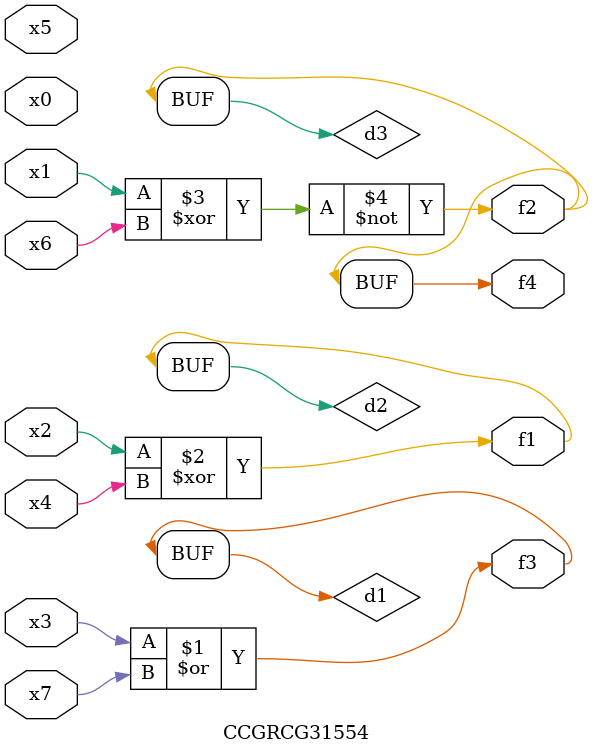
<source format=v>
module CCGRCG31554(
	input x0, x1, x2, x3, x4, x5, x6, x7,
	output f1, f2, f3, f4
);

	wire d1, d2, d3;

	or (d1, x3, x7);
	xor (d2, x2, x4);
	xnor (d3, x1, x6);
	assign f1 = d2;
	assign f2 = d3;
	assign f3 = d1;
	assign f4 = d3;
endmodule

</source>
